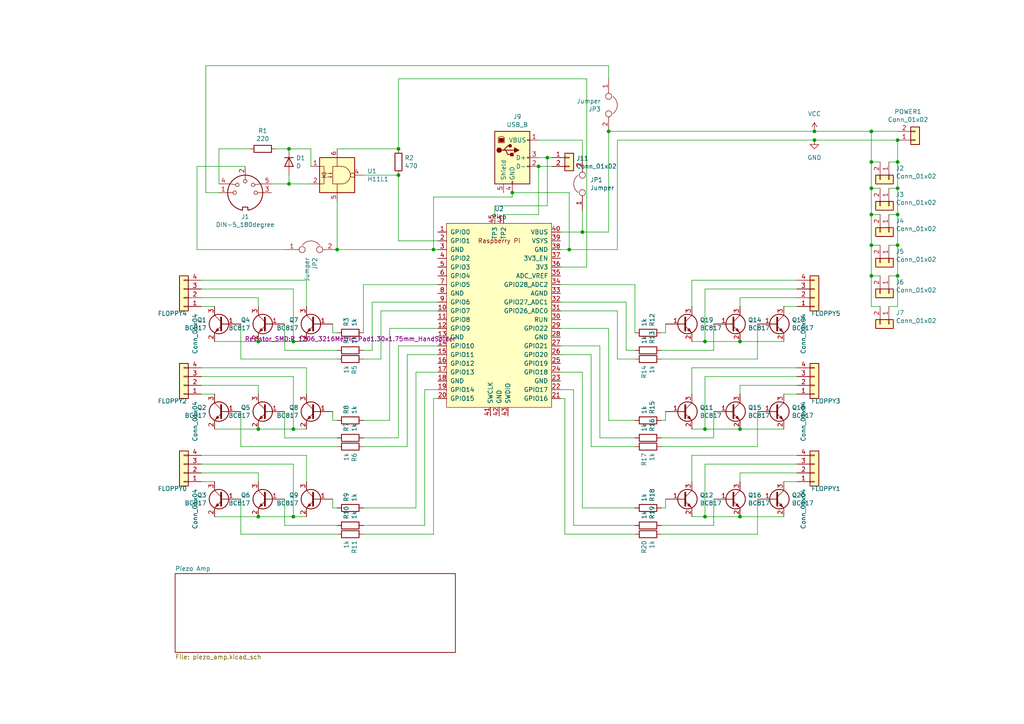
<source format=kicad_sch>
(kicad_sch (version 20211123) (generator eeschema)
  (paper "A4")
  (lib_symbols
    (symbol "Connector:DIN-5_180degree" (pin_names (offset 1.016))
      (property "Reference" "J" (at 3.175 5.715 0))
      (property "Value" "DIN-5_180degree" (at 0 -6.35 0))
      (symbol "DIN-5_180degree_0_1"
        (arc (start -5.08 0) (mid -3.8609 -3.3364) (end -0.762 -5.08) (stroke (width 0.254)))
        (circle (center -3.048 0) (radius 0.508))
        (circle (center -2.286 2.286) (radius 0.508))
        (polyline (pts (xy -5.08 0) (xy -3.556 0)))
        (polyline (pts (xy 0 5.08) (xy 0 3.81)))
        (polyline (pts (xy 5.08 0) (xy 3.556 0)))
        (polyline (pts (xy -5.08 2.54) (xy -4.318 2.54) (xy -2.794 2.286)))
        (polyline (pts (xy 5.08 2.54) (xy 4.318 2.54) (xy 2.794 2.286)))
        (polyline (pts (xy -0.762 -4.953) (xy -0.762 -4.191) (xy 0.762 -4.191) (xy 0.762 -4.953)) (stroke (width 0.254)))
        (circle (center 0 3.302) (radius 0.508))
        (arc (start 0.762 -5.08) (mid 3.8685 -3.343) (end 5.08 0) (stroke (width 0.254)))
        (circle (center 2.286 2.286) (radius 0.508))
        (circle (center 3.048 0) (radius 0.508))
        (arc (start 5.08 0) (mid 0 5.08) (end -5.08 0) (stroke (width 0.254)))
      )
      (symbol "DIN-5_180degree_1_1"
        (pin passive line (at -7.62 0 0) (length 2.54) (name "~") (number "1"))
        (pin passive line (at 0 7.62 270) (length 2.54) (name "~") (number "2"))
        (pin passive line (at 7.62 0 180) (length 2.54) (name "~") (number "3"))
        (pin passive line (at -7.62 2.54 0) (length 2.54) (name "~") (number "4"))
        (pin passive line (at 7.62 2.54 180) (length 2.54) (name "~") (number "5"))
      )
    )
    (symbol "Connector:USB_B" (pin_names (offset 1.016))
      (property "Reference" "J" (at -5.08 11.43 0))
      (property "Value" "USB_B" (at -5.08 8.89 0))
      (symbol "USB_B_0_1"
        (rectangle (start -5.08 -7.62) (end 5.08 7.62) (stroke (width 0.254)) (fill (type background)))
        (circle (center -3.81 2.159) (radius 0.635) (stroke (width 0.254)) (fill (type outline)))
        (rectangle (start -3.81 5.588) (end -2.54 4.572) (fill (type outline)))
        (circle (center -0.635 3.429) (radius 0.381) (stroke (width 0.254)) (fill (type outline)))
        (rectangle (start -0.127 -7.62) (end 0.127 -6.858))
        (polyline (pts (xy -1.905 2.159) (xy 0.635 2.159)) (stroke (width 0.254)))
        (polyline (pts (xy -3.175 2.159) (xy -2.54 2.159) (xy -1.27 3.429) (xy -0.635 3.429)) (stroke (width 0.254)))
        (polyline (pts (xy -2.54 2.159) (xy -1.905 2.159) (xy -1.27 0.889) (xy 0 0.889)) (stroke (width 0.254)))
        (polyline (pts (xy 0.635 2.794) (xy 0.635 1.524) (xy 1.905 2.159) (xy 0.635 2.794)) (stroke (width 0.254)) (fill (type outline)))
        (polyline (pts (xy -4.064 4.318) (xy -2.286 4.318) (xy -2.286 5.715) (xy -2.667 6.096) (xy -3.683 6.096) (xy -4.064 5.715) (xy -4.064 4.318)))
        (rectangle (start 0.254 1.27) (end -0.508 0.508) (stroke (width 0.254)) (fill (type outline)))
        (rectangle (start 5.08 -2.667) (end 4.318 -2.413))
        (rectangle (start 5.08 -0.127) (end 4.318 0.127))
        (rectangle (start 5.08 4.953) (end 4.318 5.207))
      )
      (symbol "USB_B_1_1"
        (pin power_out line (at 7.62 5.08 180) (length 2.54) (name "VBUS") (number "1"))
        (pin bidirectional line (at 7.62 -2.54 180) (length 2.54) (name "D-") (number "2"))
        (pin bidirectional line (at 7.62 0 180) (length 2.54) (name "D+") (number "3"))
        (pin power_out line (at 0 -10.16 90) (length 2.54) (name "GND") (number "4"))
        (pin passive line (at -2.54 -10.16 90) (length 2.54) (name "Shield") (number "5"))
      )
    )
    (symbol "Connector_Generic:Conn_01x02" (pin_names (offset 1.016) hide)
      (property "Reference" "J" (at 0 2.54 0))
      (property "Value" "Conn_01x02" (at 0 -5.08 0))
      (symbol "Conn_01x02_1_1"
        (rectangle (start -1.27 -2.413) (end 0 -2.667) (stroke (width 0.1524)))
        (rectangle (start -1.27 0.127) (end 0 -0.127) (stroke (width 0.1524)))
        (rectangle (start -1.27 1.27) (end 1.27 -3.81) (stroke (width 0.254)) (fill (type background)))
        (pin passive line (at -5.08 0 0) (length 3.81) (name "Pin_1") (number "1"))
        (pin passive line (at -5.08 -2.54 0) (length 3.81) (name "Pin_2") (number "2"))
      )
    )
    (symbol "Connector_Generic:Conn_01x04" (pin_names (offset 1.016) hide)
      (property "Reference" "J" (at 0 5.08 0))
      (property "Value" "Conn_01x04" (at 0 -7.62 0))
      (symbol "Conn_01x04_1_1"
        (rectangle (start -1.27 -4.953) (end 0 -5.207) (stroke (width 0.1524)))
        (rectangle (start -1.27 -2.413) (end 0 -2.667) (stroke (width 0.1524)))
        (rectangle (start -1.27 0.127) (end 0 -0.127) (stroke (width 0.1524)))
        (rectangle (start -1.27 2.667) (end 0 2.413) (stroke (width 0.1524)))
        (rectangle (start -1.27 3.81) (end 1.27 -6.35) (stroke (width 0.254)) (fill (type background)))
        (pin passive line (at -5.08 2.54 0) (length 3.81) (name "Pin_1") (number "1"))
        (pin passive line (at -5.08 0 0) (length 3.81) (name "Pin_2") (number "2"))
        (pin passive line (at -5.08 -2.54 0) (length 3.81) (name "Pin_3") (number "3"))
        (pin passive line (at -5.08 -5.08 0) (length 3.81) (name "Pin_4") (number "4"))
      )
    )
    (symbol "Device:D" (pin_numbers hide) (pin_names (offset 1.016) hide)
      (property "Reference" "D" (at 0 2.54 0))
      (property "Value" "D" (at 0 -2.54 0))
      (symbol "D_0_1"
        (polyline (pts (xy -1.27 1.27) (xy -1.27 -1.27)) (stroke (width 0.254)))
        (polyline (pts (xy 1.27 0) (xy -1.27 0)))
        (polyline (pts (xy 1.27 1.27) (xy 1.27 -1.27) (xy -1.27 0) (xy 1.27 1.27)) (stroke (width 0.254)))
      )
      (symbol "D_1_1"
        (pin passive line (at -3.81 0 0) (length 2.54) (name "K") (number "1"))
        (pin passive line (at 3.81 0 180) (length 2.54) (name "A") (number "2"))
      )
    )
    (symbol "Device:R" (pin_numbers hide) (pin_names (offset 0))
      (property "Reference" "R" (at 2.032 0 90))
      (property "Value" "R" (at 0 0 90))
      (symbol "R_0_1"
        (rectangle (start -1.016 -2.54) (end 1.016 2.54) (stroke (width 0.254)))
      )
      (symbol "R_1_1"
        (pin passive line (at 0 3.81 270) (length 1.27) (name "~") (number "1"))
        (pin passive line (at 0 -3.81 90) (length 1.27) (name "~") (number "2"))
      )
    )
    (symbol "Isolator:H11L1" (pin_names (offset 1.016))
      (property "Reference" "U" (at 1.27 8.89 0))
      (property "Value" "H11L1" (at 1.27 6.35 0))
      (symbol "H11L1_0_1"
        (rectangle (start -5.08 5.08) (end 5.08 -5.08) (stroke (width 0.254)) (fill (type background)))
        (polyline (pts (xy -4.445 -0.635) (xy -3.175 -0.635)))
        (polyline (pts (xy 0 2.54) (xy 0 5.08)))
        (polyline (pts (xy 0 -2.54) (xy 0 -5.08) (xy 0 -3.81)))
        (polyline (pts (xy -5.08 -2.54) (xy -3.81 -2.54) (xy -3.81 2.54) (xy -5.08 2.54)))
        (polyline (pts (xy -3.81 -0.635) (xy -4.445 0.635) (xy -3.175 0.635) (xy -3.81 -0.635)))
        (polyline (pts (xy 1.27 -2.54) (xy -1.27 -2.54) (xy -1.27 2.54) (xy 1.27 2.54)))
        (polyline (pts (xy -2.794 -0.508) (xy -1.524 -0.508) (xy -1.905 -0.635) (xy -1.905 -0.381) (xy -1.524 -0.508)))
        (polyline (pts (xy -2.794 0.508) (xy -1.524 0.508) (xy -1.905 0.381) (xy -1.905 0.635) (xy -1.524 0.508)))
        (arc (start 1.27 -2.54) (mid 3.81 0) (end 1.27 2.54))
      )
      (symbol "H11L1_1_1"
        (pin passive line (at -7.62 2.54 0) (length 2.54) (name "~") (number "1"))
        (pin passive line (at -7.62 -2.54 0) (length 2.54) (name "~") (number "2"))
        (pin no_connect line (at -5.08 0 0) (length 2.54) hide (name "~") (number "3"))
        (pin output inverted (at 7.62 0 180) (length 3.81) (name "~") (number "4"))
        (pin power_in line (at 0 -7.62 90) (length 2.54) (name "~") (number "5"))
        (pin power_in line (at 0 7.62 270) (length 2.54) (name "~") (number "6"))
      )
    )
    (symbol "Pico:Pico" (pin_names (offset 1.016))
      (property "Reference" "U" (at -13.97 27.94 0))
      (property "Value" "Pico" (at 0 19.05 0))
      (symbol "Pico_0_0"
        (text "Raspberry Pi" (at 0 21.59 0) (effects (font (size 1.27 1.27))))
      )
      (symbol "Pico_0_1"
        (rectangle (start -15.24 26.67) (end 15.24 -26.67) (fill (type background)))
      )
      (symbol "Pico_1_1"
        (pin bidirectional line (at -17.78 24.13 0) (length 2.54) (name "GPIO0") (number "1"))
        (pin bidirectional line (at -17.78 1.27 0) (length 2.54) (name "GPIO7") (number "10"))
        (pin bidirectional line (at -17.78 -1.27 0) (length 2.54) (name "GPIO8") (number "11"))
        (pin bidirectional line (at -17.78 -3.81 0) (length 2.54) (name "GPIO9") (number "12"))
        (pin power_in line (at -17.78 -6.35 0) (length 2.54) (name "GND") (number "13"))
        (pin bidirectional line (at -17.78 -8.89 0) (length 2.54) (name "GPIO10") (number "14"))
        (pin bidirectional line (at -17.78 -11.43 0) (length 2.54) (name "GPIO11") (number "15"))
        (pin bidirectional line (at -17.78 -13.97 0) (length 2.54) (name "GPIO12") (number "16"))
        (pin bidirectional line (at -17.78 -16.51 0) (length 2.54) (name "GPIO13") (number "17"))
        (pin power_in line (at -17.78 -19.05 0) (length 2.54) (name "GND") (number "18"))
        (pin bidirectional line (at -17.78 -21.59 0) (length 2.54) (name "GPIO14") (number "19"))
        (pin bidirectional line (at -17.78 21.59 0) (length 2.54) (name "GPIO1") (number "2"))
        (pin bidirectional line (at -17.78 -24.13 0) (length 2.54) (name "GPIO15") (number "20"))
        (pin bidirectional line (at 17.78 -24.13 180) (length 2.54) (name "GPIO16") (number "21"))
        (pin bidirectional line (at 17.78 -21.59 180) (length 2.54) (name "GPIO17") (number "22"))
        (pin power_in line (at 17.78 -19.05 180) (length 2.54) (name "GND") (number "23"))
        (pin bidirectional line (at 17.78 -16.51 180) (length 2.54) (name "GPIO18") (number "24"))
        (pin bidirectional line (at 17.78 -13.97 180) (length 2.54) (name "GPIO19") (number "25"))
        (pin bidirectional line (at 17.78 -11.43 180) (length 2.54) (name "GPIO20") (number "26"))
        (pin bidirectional line (at 17.78 -8.89 180) (length 2.54) (name "GPIO21") (number "27"))
        (pin power_in line (at 17.78 -6.35 180) (length 2.54) (name "GND") (number "28"))
        (pin bidirectional line (at 17.78 -3.81 180) (length 2.54) (name "GPIO22") (number "29"))
        (pin power_in line (at -17.78 19.05 0) (length 2.54) (name "GND") (number "3"))
        (pin input line (at 17.78 -1.27 180) (length 2.54) (name "RUN") (number "30"))
        (pin bidirectional line (at 17.78 1.27 180) (length 2.54) (name "GPIO26_ADC0") (number "31"))
        (pin bidirectional line (at 17.78 3.81 180) (length 2.54) (name "GPIO27_ADC1") (number "32"))
        (pin power_in line (at 17.78 6.35 180) (length 2.54) (name "AGND") (number "33"))
        (pin bidirectional line (at 17.78 8.89 180) (length 2.54) (name "GPIO28_ADC2") (number "34"))
        (pin unspecified line (at 17.78 11.43 180) (length 2.54) (name "ADC_VREF") (number "35"))
        (pin unspecified line (at 17.78 13.97 180) (length 2.54) (name "3V3") (number "36"))
        (pin input line (at 17.78 16.51 180) (length 2.54) (name "3V3_EN") (number "37"))
        (pin bidirectional line (at 17.78 19.05 180) (length 2.54) (name "GND") (number "38"))
        (pin unspecified line (at 17.78 21.59 180) (length 2.54) (name "VSYS") (number "39"))
        (pin bidirectional line (at -17.78 16.51 0) (length 2.54) (name "GPIO2") (number "4"))
        (pin unspecified line (at 17.78 24.13 180) (length 2.54) (name "VBUS") (number "40"))
        (pin input line (at -2.54 -29.21 90) (length 2.54) (name "SWCLK") (number "41"))
        (pin power_in line (at 0 -29.21 90) (length 2.54) (name "GND") (number "42"))
        (pin bidirectional line (at 2.54 -29.21 90) (length 2.54) (name "SWDIO") (number "43"))
        (pin bidirectional line (at 1.27 29.21 270) (length 2.54) (name "TP2") (number "44"))
        (pin bidirectional line (at -1.27 29.21 270) (length 2.54) (name "TP3") (number "45"))
        (pin bidirectional line (at -17.78 13.97 0) (length 2.54) (name "GPIO3") (number "5"))
        (pin bidirectional line (at -17.78 11.43 0) (length 2.54) (name "GPIO4") (number "6"))
        (pin bidirectional line (at -17.78 8.89 0) (length 2.54) (name "GPIO5") (number "7"))
        (pin power_in line (at -17.78 6.35 0) (length 2.54) (name "GND") (number "8"))
        (pin bidirectional line (at -17.78 3.81 0) (length 2.54) (name "GPIO6") (number "9"))
      )
    )
    (symbol "Transistor_BJT:BC817" (pin_names (offset 0) hide)
      (property "Reference" "Q" (at 5.08 1.905 0))
      (property "Value" "BC817" (at 5.08 0 0))
      (symbol "BC817_0_1"
        (polyline (pts (xy 0.635 0.635) (xy 2.54 2.54)))
        (polyline (pts (xy 0.635 -0.635) (xy 2.54 -2.54) (xy 2.54 -2.54)))
        (polyline (pts (xy 0.635 1.905) (xy 0.635 -1.905) (xy 0.635 -1.905)) (stroke (width 0.508)))
        (polyline (pts (xy 1.27 -1.778) (xy 1.778 -1.27) (xy 2.286 -2.286) (xy 1.27 -1.778) (xy 1.27 -1.778)) (fill (type outline)))
        (circle (center 1.27 0) (radius 2.8194) (stroke (width 0.254)))
      )
      (symbol "BC817_1_1"
        (pin input line (at -5.08 0 0) (length 5.715) (name "B") (number "1"))
        (pin passive line (at 2.54 -5.08 90) (length 2.54) (name "E") (number "2"))
        (pin passive line (at 2.54 5.08 270) (length 2.54) (name "C") (number "3"))
      )
    )
    (symbol "floppotron-rescue:Jumper-Device" (pin_names (offset 0.762) hide)
      (property "Reference" "JP" (at 0 3.81 0))
      (property "Value" "Jumper-Device" (at 0 -2.032 0))
      (symbol "Jumper-Device_0_1"
        (circle (center -2.54 0) (radius 0.889))
        (arc (start 2.5146 1.27) (mid 0.0078 2.5097) (end -2.4892 1.27))
        (circle (center 2.54 0) (radius 0.889))
        (pin passive line (at -7.62 0 0) (length 4.191) (name "1") (number "1"))
        (pin passive line (at 7.62 0 180) (length 4.191) (name "2") (number "2"))
      )
    )
    (symbol "power:GND" (power) (pin_names (offset 0))
      (property "Value" "GND" (at 0 -3.81 0))
      (symbol "GND_0_1"
        (polyline (pts (xy 0 0) (xy 0 -1.27) (xy 1.27 -1.27) (xy 0 -2.54) (xy -1.27 -1.27) (xy 0 -1.27)))
      )
      (symbol "GND_1_1"
        (pin power_in line (at 0 0 270) (length 0) hide (name "GND") (number "1"))
      )
    )
    (symbol "power:VCC" (power) (pin_names (offset 0))
      (property "Value" "VCC" (at 0 3.81 0))
      (symbol "VCC_0_1"
        (polyline (pts (xy -0.762 1.27) (xy 0 2.54)))
        (polyline (pts (xy 0 0) (xy 0 2.54)))
        (polyline (pts (xy 0 2.54) (xy 0.762 1.27)))
      )
      (symbol "VCC_1_1"
        (pin power_in line (at 0 0 90) (length 0) hide (name "VCC") (number "1"))
      )
    )
  )
  (junction (at 83.82 43.18))
  (junction (at 85.09 99.06))
  (junction (at 156.21 48.26))
  (junction (at 260.35 40.64))
  (junction (at 165.1 72.39))
  (junction (at 74.93 124.46))
  (junction (at 260.35 71.12))
  (junction (at 168.91 67.31))
  (junction (at 252.73 71.12))
  (junction (at 260.35 54.61))
  (junction (at 252.73 54.61))
  (junction (at 74.93 149.86))
  (junction (at 214.63 149.86))
  (junction (at 236.22 38.1))
  (junction (at 252.73 46.99))
  (junction (at 236.22 40.64))
  (junction (at 148.59 55.88))
  (junction (at 214.63 124.46))
  (junction (at 115.57 50.8))
  (junction (at 125.73 72.39))
  (junction (at 158.75 45.72))
  (junction (at 204.47 99.06))
  (junction (at 83.82 53.34))
  (junction (at 85.09 124.46))
  (junction (at 260.35 62.23))
  (junction (at 260.35 80.01))
  (junction (at 252.73 38.1))
  (junction (at 97.79 72.39))
  (junction (at 260.35 46.99))
  (junction (at 204.47 149.86))
  (junction (at 85.09 149.86))
  (junction (at 74.93 99.06))
  (junction (at 214.63 99.06))
  (junction (at 115.57 43.18))
  (junction (at 252.73 80.01))
  (junction (at 252.73 62.23))
  (junction (at 204.47 124.46))
  (junction (at 176.53 38.1))
  (wire (pts (xy 231.14 132.08) (xy 200.66 132.08)))
  (wire (pts (xy 58.42 81.28) (xy 88.9 81.28)))
  (wire (pts (xy 255.27 54.61) (xy 252.73 54.61)))
  (wire (pts (xy 85.09 99.06) (xy 85.09 83.82)))
  (wire (pts (xy 171.45 129.54) (xy 171.45 102.87)))
  (wire (pts (xy 179.07 104.14) (xy 184.15 104.14)))
  (wire (pts (xy 168.91 107.95) (xy 168.91 147.32)))
  (wire (pts (xy 123.19 152.4) (xy 123.19 113.03)))
  (wire (pts (xy 158.75 59.69) (xy 158.75 45.72)))
  (wire (pts (xy 257.81 88.9) (xy 260.35 88.9)))
  (wire (pts (xy 255.27 80.01) (xy 252.73 80.01)))
  (wire (pts (xy 179.07 72.39) (xy 165.1 72.39)))
  (wire (pts (xy 59.69 19.05) (xy 59.69 55.88)))
  (wire (pts (xy 57.15 48.26) (xy 71.12 48.26)))
  (wire (pts (xy 57.15 72.39) (xy 57.15 48.26)))
  (wire (pts (xy 146.05 62.23) (xy 156.21 62.23)))
  (wire (pts (xy 193.04 96.52) (xy 191.77 96.52)))
  (wire (pts (xy 78.74 53.34) (xy 83.82 53.34)))
  (wire (pts (xy 90.17 43.18) (xy 90.17 48.26)))
  (wire (pts (xy 200.66 132.08) (xy 200.66 139.7)))
  (wire (pts (xy 260.35 38.1) (xy 252.73 38.1)))
  (wire (pts (xy 184.15 82.55) (xy 162.56 82.55)))
  (wire (pts (xy 162.56 115.57) (xy 163.83 115.57)))
  (wire (pts (xy 85.09 124.46) (xy 85.09 109.22)))
  (wire (pts (xy 105.41 152.4) (xy 123.19 152.4)))
  (wire (pts (xy 260.35 54.61) (xy 260.35 46.99)))
  (wire (pts (xy 83.82 50.8) (xy 83.82 53.34)))
  (wire (pts (xy 176.53 19.05) (xy 59.69 19.05)))
  (wire (pts (xy 176.53 22.86) (xy 176.53 19.05)))
  (wire (pts (xy 97.79 72.39) (xy 125.73 72.39)))
  (wire (pts (xy 69.85 154.94) (xy 97.79 154.94)))
  (wire (pts (xy 107.95 87.63) (xy 127 87.63)))
  (wire (pts (xy 120.65 107.95) (xy 120.65 147.32)))
  (wire (pts (xy 260.35 46.99) (xy 257.81 46.99)))
  (wire (pts (xy 171.45 102.87) (xy 162.56 102.87)))
  (wire (pts (xy 115.57 22.86) (xy 170.18 22.86)))
  (wire (pts (xy 127 100.33) (xy 115.57 100.33)))
  (wire (pts (xy 214.63 137.16) (xy 214.63 139.7)))
  (wire (pts (xy 96.52 93.98) (xy 96.52 96.52)))
  (wire (pts (xy 88.9 132.08) (xy 88.9 139.7)))
  (wire (pts (xy 162.56 100.33) (xy 173.99 100.33)))
  (wire (pts (xy 204.47 109.22) (xy 231.14 109.22)))
  (wire (pts (xy 85.09 134.62) (xy 58.42 134.62)))
  (wire (pts (xy 74.93 149.86) (xy 85.09 149.86)))
  (wire (pts (xy 58.42 111.76) (xy 74.93 111.76)))
  (wire (pts (xy 105.41 129.54) (xy 118.11 129.54)))
  (wire (pts (xy 181.61 101.6) (xy 181.61 87.63)))
  (wire (pts (xy 255.27 71.12) (xy 252.73 71.12)))
  (wire (pts (xy 176.53 121.92) (xy 176.53 95.25)))
  (wire (pts (xy 125.73 115.57) (xy 125.73 154.94)))
  (wire (pts (xy 260.35 88.9) (xy 260.35 80.01)))
  (wire (pts (xy 260.35 71.12) (xy 260.35 62.23)))
  (wire (pts (xy 207.01 152.4) (xy 207.01 144.78)))
  (wire (pts (xy 219.71 104.14) (xy 191.77 104.14)))
  (wire (pts (xy 97.79 72.39) (xy 97.79 58.42)))
  (wire (pts (xy 204.47 149.86) (xy 200.66 149.86)))
  (wire (pts (xy 193.04 119.38) (xy 193.04 121.92)))
  (wire (pts (xy 88.9 106.68) (xy 88.9 114.3)))
  (wire (pts (xy 193.04 121.92) (xy 191.77 121.92)))
  (wire (pts (xy 214.63 124.46) (xy 227.33 124.46)))
  (wire (pts (xy 113.03 95.25) (xy 127 95.25)))
  (wire (pts (xy 59.69 55.88) (xy 63.5 55.88)))
  (wire (pts (xy 173.99 100.33) (xy 173.99 127)))
  (wire (pts (xy 160.02 45.72) (xy 158.75 45.72)))
  (wire (pts (xy 236.22 40.64) (xy 260.35 40.64)))
  (wire (pts (xy 156.21 48.26) (xy 156.21 62.23)))
  (wire (pts (xy 160.02 48.26) (xy 156.21 48.26)))
  (wire (pts (xy 74.93 111.76) (xy 74.93 114.3)))
  (wire (pts (xy 148.59 55.88) (xy 148.59 57.15)))
  (wire (pts (xy 82.55 127) (xy 82.55 119.38)))
  (wire (pts (xy 74.93 86.36) (xy 74.93 88.9)))
  (wire (pts (xy 69.85 93.98) (xy 69.85 104.14)))
  (wire (pts (xy 88.9 81.28) (xy 88.9 88.9)))
  (wire (pts (xy 125.73 154.94) (xy 105.41 154.94)))
  (wire (pts (xy 62.23 139.7) (xy 58.42 139.7)))
  (wire (pts (xy 96.52 121.92) (xy 97.79 121.92)))
  (wire (pts (xy 252.73 54.61) (xy 252.73 46.99)))
  (wire (pts (xy 97.79 152.4) (xy 82.55 152.4)))
  (wire (pts (xy 62.23 114.3) (xy 58.42 114.3)))
  (wire (pts (xy 184.15 121.92) (xy 176.53 121.92)))
  (wire (pts (xy 184.15 152.4) (xy 166.37 152.4)))
  (wire (pts (xy 219.71 119.38) (xy 219.71 129.54)))
  (wire (pts (xy 96.52 144.78) (xy 96.52 147.32)))
  (wire (pts (xy 74.93 124.46) (xy 85.09 124.46)))
  (wire (pts (xy 168.91 40.64) (xy 168.91 45.72)))
  (wire (pts (xy 158.75 45.72) (xy 156.21 45.72)))
  (wire (pts (xy 193.04 147.32) (xy 191.77 147.32)))
  (wire (pts (xy 96.52 96.52) (xy 97.79 96.52)))
  (wire (pts (xy 120.65 147.32) (xy 105.41 147.32)))
  (wire (pts (xy 204.47 149.86) (xy 214.63 149.86)))
  (wire (pts (xy 107.95 101.6) (xy 107.95 87.63)))
  (wire (pts (xy 127 107.95) (xy 120.65 107.95)))
  (wire (pts (xy 82.55 72.39) (xy 57.15 72.39)))
  (wire (pts (xy 162.56 72.39) (xy 165.1 72.39)))
  (wire (pts (xy 176.53 67.31) (xy 168.91 67.31)))
  (wire (pts (xy 162.56 77.47) (xy 170.18 77.47)))
  (wire (pts (xy 83.82 53.34) (xy 90.17 53.34)))
  (wire (pts (xy 227.33 114.3) (xy 231.14 114.3)))
  (wire (pts (xy 200.66 106.68) (xy 200.66 114.3)))
  (wire (pts (xy 85.09 149.86) (xy 85.09 134.62)))
  (wire (pts (xy 85.09 149.86) (xy 88.9 149.86)))
  (wire (pts (xy 62.23 149.86) (xy 74.93 149.86)))
  (wire (pts (xy 260.35 46.99) (xy 260.35 40.64)))
  (wire (pts (xy 204.47 99.06) (xy 214.63 99.06)))
  (wire (pts (xy 231.14 106.68) (xy 200.66 106.68)))
  (wire (pts (xy 58.42 106.68) (xy 88.9 106.68)))
  (wire (pts (xy 193.04 144.78) (xy 193.04 147.32)))
  (wire (pts (xy 80.01 43.18) (xy 83.82 43.18)))
  (wire (pts (xy 193.04 93.98) (xy 193.04 96.52)))
  (wire (pts (xy 115.57 100.33) (xy 115.57 127)))
  (wire (pts (xy 200.66 81.28) (xy 200.66 88.9)))
  (wire (pts (xy 236.22 38.1) (xy 252.73 38.1)))
  (wire (pts (xy 260.35 62.23) (xy 260.35 54.61)))
  (wire (pts (xy 96.52 119.38) (xy 96.52 121.92)))
  (wire (pts (xy 176.53 38.1) (xy 236.22 38.1)))
  (wire (pts (xy 82.55 101.6) (xy 82.55 93.98)))
  (wire (pts (xy 252.73 62.23) (xy 252.73 54.61)))
  (wire (pts (xy 214.63 99.06) (xy 227.33 99.06)))
  (wire (pts (xy 118.11 102.87) (xy 127 102.87)))
  (wire (pts (xy 166.37 113.03) (xy 162.56 113.03)))
  (wire (pts (xy 179.07 40.64) (xy 236.22 40.64)))
  (wire (pts (xy 257.81 54.61) (xy 260.35 54.61)))
  (wire (pts (xy 115.57 43.18) (xy 115.57 22.86)))
  (wire (pts (xy 168.91 60.96) (xy 168.91 67.31)))
  (wire (pts (xy 74.93 137.16) (xy 74.93 139.7)))
  (wire (pts (xy 62.23 88.9) (xy 58.42 88.9)))
  (wire (pts (xy 252.73 80.01) (xy 252.73 71.12)))
  (wire (pts (xy 163.83 154.94) (xy 184.15 154.94)))
  (wire (pts (xy 181.61 87.63) (xy 162.56 87.63)))
  (wire (pts (xy 204.47 99.06) (xy 204.47 83.82)))
  (wire (pts (xy 191.77 152.4) (xy 207.01 152.4)))
  (wire (pts (xy 231.14 111.76) (xy 214.63 111.76)))
  (wire (pts (xy 125.73 57.15) (xy 148.59 57.15)))
  (wire (pts (xy 143.51 59.69) (xy 158.75 59.69)))
  (wire (pts (xy 156.21 40.64) (xy 168.91 40.64)))
  (wire (pts (xy 143.51 62.23) (xy 143.51 59.69)))
  (wire (pts (xy 125.73 57.15) (xy 125.73 72.39)))
  (wire (pts (xy 123.19 113.03) (xy 127 113.03)))
  (wire (pts (xy 191.77 101.6) (xy 207.01 101.6)))
  (wire (pts (xy 118.11 129.54) (xy 118.11 102.87)))
  (wire (pts (xy 127 115.57) (xy 125.73 115.57)))
  (wire (pts (xy 179.07 40.64) (xy 179.07 72.39)))
  (wire (pts (xy 219.71 144.78) (xy 219.71 154.94)))
  (wire (pts (xy 74.93 99.06) (xy 85.09 99.06)))
  (wire (pts (xy 227.33 88.9) (xy 231.14 88.9)))
  (wire (pts (xy 58.42 137.16) (xy 74.93 137.16)))
  (wire (pts (xy 168.91 147.32) (xy 184.15 147.32)))
  (wire (pts (xy 227.33 139.7) (xy 231.14 139.7)))
  (wire (pts (xy 204.47 83.82) (xy 231.14 83.82)))
  (wire (pts (xy 125.73 72.39) (xy 127 72.39)))
  (wire (pts (xy 255.27 88.9) (xy 252.73 88.9)))
  (wire (pts (xy 105.41 121.92) (xy 113.03 121.92)))
  (wire (pts (xy 252.73 88.9) (xy 252.73 80.01)))
  (wire (pts (xy 257.81 71.12) (xy 260.35 71.12)))
  (wire (pts (xy 173.99 127) (xy 184.15 127)))
  (wire (pts (xy 204.47 134.62) (xy 231.14 134.62)))
  (wire (pts (xy 113.03 121.92) (xy 113.03 95.25)))
  (wire (pts (xy 162.56 90.17) (xy 179.07 90.17)))
  (wire (pts (xy 231.14 137.16) (xy 214.63 137.16)))
  (wire (pts (xy 219.71 129.54) (xy 191.77 129.54)))
  (wire (pts (xy 162.56 67.31) (xy 168.91 67.31)))
  (wire (pts (xy 252.73 46.99) (xy 252.73 38.1)))
  (wire (pts (xy 69.85 119.38) (xy 69.85 129.54)))
  (wire (pts (xy 85.09 124.46) (xy 88.9 124.46)))
  (wire (pts (xy 204.47 99.06) (xy 200.66 99.06)))
  (wire (pts (xy 58.42 132.08) (xy 88.9 132.08)))
  (wire (pts (xy 110.49 104.14) (xy 105.41 104.14)))
  (wire (pts (xy 170.18 77.47) (xy 170.18 22.86)))
  (wire (pts (xy 204.47 124.46) (xy 200.66 124.46)))
  (wire (pts (xy 69.85 144.78) (xy 69.85 154.94)))
  (wire (pts (xy 105.41 101.6) (xy 107.95 101.6)))
  (wire (pts (xy 176.53 67.31) (xy 176.53 38.1)))
  (wire (pts (xy 97.79 43.18) (xy 115.57 43.18)))
  (wire (pts (xy 252.73 46.99) (xy 255.27 46.99)))
  (wire (pts (xy 162.56 107.95) (xy 168.91 107.95)))
  (wire (pts (xy 62.23 99.06) (xy 74.93 99.06)))
  (wire (pts (xy 85.09 99.06) (xy 88.9 99.06)))
  (wire (pts (xy 115.57 50.8) (xy 115.57 69.85)))
  (wire (pts (xy 231.14 81.28) (xy 200.66 81.28)))
  (wire (pts (xy 231.14 86.36) (xy 214.63 86.36)))
  (wire (pts (xy 260.35 62.23) (xy 257.81 62.23)))
  (wire (pts (xy 115.57 127) (xy 105.41 127)))
  (wire (pts (xy 255.27 62.23) (xy 252.73 62.23)))
  (wire (pts (xy 82.55 152.4) (xy 82.55 144.78)))
  (wire (pts (xy 252.73 71.12) (xy 252.73 62.23)))
  (wire (pts (xy 184.15 129.54) (xy 171.45 129.54)))
  (wire (pts (xy 97.79 101.6) (xy 82.55 101.6)))
  (wire (pts (xy 204.47 149.86) (xy 204.47 134.62)))
  (wire (pts (xy 63.5 53.34) (xy 63.5 43.18)))
  (wire (pts (xy 191.77 127) (xy 207.01 127)))
  (wire (pts (xy 110.49 90.17) (xy 110.49 104.14)))
  (wire (pts (xy 207.01 127) (xy 207.01 119.38)))
  (wire (pts (xy 96.52 147.32) (xy 97.79 147.32)))
  (wire (pts (xy 97.79 127) (xy 82.55 127)))
  (wire (pts (xy 163.83 115.57) (xy 163.83 154.94)))
  (wire (pts (xy 115.57 50.8) (xy 105.41 50.8)))
  (wire (pts (xy 179.07 90.17) (xy 179.07 104.14)))
  (wire (pts (xy 85.09 109.22) (xy 58.42 109.22)))
  (wire (pts (xy 176.53 95.25) (xy 162.56 95.25)))
  (wire (pts (xy 204.47 124.46) (xy 214.63 124.46)))
  (wire (pts (xy 85.09 83.82) (xy 58.42 83.82)))
  (wire (pts (xy 148.59 55.88) (xy 165.1 55.88)))
  (wire (pts (xy 63.5 43.18) (xy 72.39 43.18)))
  (wire (pts (xy 184.15 101.6) (xy 181.61 101.6)))
  (wire (pts (xy 115.57 69.85) (xy 127 69.85)))
  (wire (pts (xy 58.42 86.36) (xy 74.93 86.36)))
  (wire (pts (xy 214.63 86.36) (xy 214.63 88.9)))
  (wire (pts (xy 184.15 96.52) (xy 184.15 82.55)))
  (wire (pts (xy 69.85 104.14) (xy 97.79 104.14)))
  (wire (pts (xy 62.23 124.46) (xy 74.93 124.46)))
  (wire (pts (xy 204.47 124.46) (xy 204.47 109.22)))
  (wire (pts (xy 83.82 43.18) (xy 90.17 43.18)))
  (wire (pts (xy 260.35 80.01) (xy 260.35 71.12)))
  (wire (pts (xy 219.71 93.98) (xy 219.71 104.14)))
  (wire (pts (xy 214.63 111.76) (xy 214.63 114.3)))
  (wire (pts (xy 207.01 101.6) (xy 207.01 93.98)))
  (wire (pts (xy 127 90.17) (xy 110.49 90.17)))
  (wire (pts (xy 105.41 82.55) (xy 127 82.55)))
  (wire (pts (xy 219.71 154.94) (xy 191.77 154.94)))
  (wire (pts (xy 69.85 129.54) (xy 97.79 129.54)))
  (wire (pts (xy 214.63 149.86) (xy 227.33 149.86)))
  (wire (pts (xy 260.35 80.01) (xy 257.81 80.01)))
  (wire (pts (xy 105.41 96.52) (xy 105.41 82.55)))
  (wire (pts (xy 166.37 152.4) (xy 166.37 113.03)))
  (wire (pts (xy 165.1 55.88) (xy 165.1 72.39)))
  (symbol (lib_id "Pico:Pico") (at 144.78 91.44 0) (unit 1)
    (property "Reference" "U2" (at 144.78 60.579 0))
    (property "Value" "Pico" (at 144.78 62.8904 0))
    (property "Footprint" "pico:RPi_Pico_SMD_TH" (effects hide))
  )
  (symbol (lib_id "Connector:DIN-5_180degree") (at 71.12 55.88 0) (unit 1)
    (property "Reference" "J1" (at 71.12 62.865 0))
    (property "Value" "DIN-5_180degree" (at 71.12 65.1764 0))
    (property "Footprint" "eurocad:MIDI_DIN5" (effects hide))
    (property "Datasheet" "http://www.mouser.com/ds/2/18/40_c091_abd_e-75918.pdf" (effects hide))
  )
  (symbol (lib_id "Isolator:H11L1") (at 97.79 50.8 0) (unit 1)
    (property "Reference" "U1" (at 106.5276 49.6316 0) (effects (justify left)))
    (property "Value" "H11L1" (at 106.5276 51.943 0) (effects (justify left)))
    (property "Footprint" "Package_DIP:DIP-6_W7.62mm_Socket" (effects hide))
    (property "Datasheet" "https://www.onsemi.com/pub/Collateral/H11L3M-D.PDF" (effects hide))
  )
  (symbol (lib_id "Device:R") (at 115.57 46.99 0) (unit 1)
    (property "Reference" "R2" (at 117.348 45.8216 0) (effects (justify left)))
    (property "Value" "470" (at 117.348 48.133 0) (effects (justify left)))
    (property "Footprint" "Resistor_THT:R_Axial_DIN0204_L3.6mm_D1.6mm_P5.08mm_Horizontal" (effects hide))
  )
  (symbol (lib_id "Device:R") (at 76.2 43.18 90) (unit 1)
    (property "Reference" "R1" (at 76.2 37.9222 90))
    (property "Value" "220" (at 76.2 40.2336 90))
    (property "Footprint" "Resistor_THT:R_Axial_DIN0204_L3.6mm_D1.6mm_P5.08mm_Horizontal" (effects hide))
  )
  (symbol (lib_id "Connector:USB_B") (at 148.59 45.72 0) (unit 1)
    (property "Reference" "J9" (at 150.0378 33.8582 0))
    (property "Value" "USB_B" (at 150.0378 36.1696 0))
    (property "Footprint" "Connector_USB:USB_B_OST_USB-B1HSxx_Horizontal" (effects hide))
    (property "Datasheet" " ~" (effects hide))
  )
  (symbol (lib_id "Connector_Generic:Conn_01x02") (at 165.1 45.72 0) (unit 1)
    (property "Reference" "J11" (at 167.132 45.9232 0) (effects (justify left)))
    (property "Value" "Conn_01x02" (at 167.132 48.2346 0) (effects (justify left)))
    (property "Footprint" "Connector_JST:JST_XH_B2B-XH-A_1x02_P2.50mm_Vertical" (effects hide))
  )
  (symbol (lib_id "floppotron-rescue:Jumper-Device") (at 168.91 53.34 90) (unit 1)
    (property "Reference" "JP1" (at 171.1452 52.1716 90) (effects (justify right)))
    (property "Value" "Jumper" (at 171.1452 54.483 90) (effects (justify right)))
    (property "Footprint" "Connector_PinHeader_2.54mm:PinHeader_1x02_P2.54mm_Vertical" (effects hide))
  )
  (symbol (lib_id "Connector_Generic:Conn_01x02") (at 265.43 40.64 0) (mirror x) (unit 1)
    (property "Reference" "POWER1" (at 263.3472 32.385 0))
    (property "Value" "Conn_01x02" (at 263.3472 34.6964 0))
    (property "Footprint" "TerminalBlock:TerminalBlock_bornier-2_P5.08mm" (effects hide))
  )
  (symbol (lib_id "Connector_Generic:Conn_01x02") (at 257.81 52.07 270) (unit 1)
    (property "Reference" "J2" (at 259.842 48.8188 90) (effects (justify left)))
    (property "Value" "Conn_01x02" (at 259.842 51.1302 90) (effects (justify left)))
    (property "Footprint" "Connector_JST:JST_XH_B2B-XH-A_1x02_P2.50mm_Vertical" (effects hide))
  )
  (symbol (lib_id "Connector_Generic:Conn_01x02") (at 257.81 59.69 270) (unit 1)
    (property "Reference" "J3" (at 259.842 56.4388 90) (effects (justify left)))
    (property "Value" "Conn_01x02" (at 259.842 58.7502 90) (effects (justify left)))
    (property "Footprint" "Connector_JST:JST_XH_B2B-XH-A_1x02_P2.50mm_Vertical" (effects hide))
  )
  (symbol (lib_id "Connector_Generic:Conn_01x02") (at 257.81 67.31 270) (unit 1)
    (property "Reference" "J4" (at 259.842 64.0588 90) (effects (justify left)))
    (property "Value" "Conn_01x02" (at 259.842 66.3702 90) (effects (justify left)))
    (property "Footprint" "Connector_JST:JST_XH_B2B-XH-A_1x02_P2.50mm_Vertical" (effects hide))
  )
  (symbol (lib_id "Connector_Generic:Conn_01x02") (at 257.81 76.2 270) (unit 1)
    (property "Reference" "J5" (at 259.842 72.9488 90) (effects (justify left)))
    (property "Value" "Conn_01x02" (at 259.842 75.2602 90) (effects (justify left)))
    (property "Footprint" "Connector_JST:JST_XH_B2B-XH-A_1x02_P2.50mm_Vertical" (effects hide))
  )
  (symbol (lib_id "Connector_Generic:Conn_01x02") (at 257.81 85.09 270) (unit 1)
    (property "Reference" "J6" (at 259.842 81.8388 90) (effects (justify left)))
    (property "Value" "Conn_01x02" (at 259.842 84.1502 90) (effects (justify left)))
    (property "Footprint" "Connector_JST:JST_XH_B2B-XH-A_1x02_P2.50mm_Vertical" (effects hide))
  )
  (symbol (lib_id "Connector_Generic:Conn_01x02") (at 257.81 93.98 270) (unit 1)
    (property "Reference" "J7" (at 259.842 90.7288 90) (effects (justify left)))
    (property "Value" "Conn_01x02" (at 259.842 93.0402 90) (effects (justify left)))
    (property "Footprint" "Connector_JST:JST_XH_B2B-XH-A_1x02_P2.50mm_Vertical" (effects hide))
  )
  (symbol (lib_id "Device:D") (at 83.82 46.99 270) (unit 1)
    (property "Reference" "D1" (at 85.852 45.8216 90) (effects (justify left)))
    (property "Value" "D" (at 85.852 48.133 90) (effects (justify left)))
    (property "Footprint" "Diode_THT:D_DO-34_SOD68_P7.62mm_Horizontal" (effects hide))
  )
  (symbol (lib_id "Transistor_BJT:BC817") (at 198.12 93.98 0) (unit 1)
    (property "Reference" "Q19" (at 202.9714 92.8116 0) (effects (justify left)))
    (property "Value" "BC817" (at 202.9714 95.123 0) (effects (justify left)))
    (property "Footprint" "Package_TO_SOT_SMD:SOT-23_Handsoldering" (effects hide))
    (property "Datasheet" "https://www.onsemi.com/pub/Collateral/BC818-D.pdf" (effects hide))
  )
  (symbol (lib_id "Connector_Generic:Conn_01x04") (at 53.34 86.36 180) (unit 1)
    (property "Reference" "FLOPPY4" (at 54.2544 90.932 0) (effects (justify left)))
    (property "Value" "Conn_01x04" (at 56.5658 90.932 90) (effects (justify left)))
    (property "Footprint" "Connector_JST:JST_XH_B4B-XH-A_1x04_P2.50mm_Vertical" (effects hide))
  )
  (symbol (lib_id "Device:R") (at 101.6 96.52 90) (unit 1)
    (property "Reference" "R3" (at 100.4316 94.742 0) (effects (justify left)))
    (property "Value" "1k" (at 102.743 94.742 0) (effects (justify left)))
    (property "Footprint" "Resistor_SMD:R_1206_3216Metric_Pad1.30x1.75mm_HandSolder" (at 101.6 98.298 90))
  )
  (symbol (lib_id "Device:R") (at 101.6 101.6 90) (unit 1)
    (property "Reference" "R4" (at 100.4316 99.822 0) (effects (justify left)))
    (property "Value" "1k" (at 102.743 99.822 0) (effects (justify left)))
    (property "Footprint" "Resistor_SMD:R_1206_3216Metric_Pad1.30x1.75mm_HandSolder" (effects hide))
  )
  (symbol (lib_id "Device:R") (at 101.6 104.14 270) (unit 1)
    (property "Reference" "R5" (at 102.7684 105.918 0) (effects (justify left)))
    (property "Value" "1k" (at 100.457 105.918 0) (effects (justify left)))
    (property "Footprint" "Resistor_SMD:R_1206_3216Metric_Pad1.30x1.75mm_HandSolder" (effects hide))
  )
  (symbol (lib_id "Connector_Generic:Conn_01x04") (at 53.34 111.76 180) (unit 1)
    (property "Reference" "FLOPPY2" (at 54.2544 116.332 0) (effects (justify left)))
    (property "Value" "Conn_01x04" (at 56.5658 116.332 90) (effects (justify left)))
    (property "Footprint" "Connector_JST:JST_XH_B4B-XH-A_1x04_P2.50mm_Vertical" (effects hide))
  )
  (symbol (lib_id "Device:R") (at 101.6 129.54 270) (unit 1)
    (property "Reference" "R6" (at 102.7684 131.318 0) (effects (justify left)))
    (property "Value" "1k" (at 100.457 131.318 0) (effects (justify left)))
    (property "Footprint" "Resistor_SMD:R_1206_3216Metric_Pad1.30x1.75mm_HandSolder" (effects hide))
  )
  (symbol (lib_id "Device:R") (at 101.6 121.92 90) (unit 1)
    (property "Reference" "R8" (at 100.4316 120.142 0) (effects (justify left)))
    (property "Value" "1k" (at 102.743 120.142 0) (effects (justify left)))
    (property "Footprint" "Resistor_SMD:R_1206_3216Metric_Pad1.30x1.75mm_HandSolder" (effects hide))
  )
  (symbol (lib_id "Device:R") (at 101.6 127 90) (unit 1)
    (property "Reference" "R7" (at 100.4316 125.222 0) (effects (justify left)))
    (property "Value" "1k" (at 102.743 125.222 0) (effects (justify left)))
    (property "Footprint" "Resistor_SMD:R_1206_3216Metric_Pad1.30x1.75mm_HandSolder" (effects hide))
  )
  (symbol (lib_id "Connector_Generic:Conn_01x04") (at 53.34 137.16 180) (unit 1)
    (property "Reference" "FLOPPY0" (at 54.2544 141.732 0) (effects (justify left)))
    (property "Value" "Conn_01x04" (at 56.5658 141.732 90) (effects (justify left)))
    (property "Footprint" "Connector_JST:JST_XH_B4B-XH-A_1x04_P2.50mm_Vertical" (effects hide))
  )
  (symbol (lib_id "Device:R") (at 101.6 147.32 90) (unit 1)
    (property "Reference" "R9" (at 100.4316 145.542 0) (effects (justify left)))
    (property "Value" "1k" (at 102.743 145.542 0) (effects (justify left)))
    (property "Footprint" "Resistor_SMD:R_1206_3216Metric_Pad1.30x1.75mm_HandSolder" (effects hide))
  )
  (symbol (lib_id "Device:R") (at 101.6 152.4 90) (unit 1)
    (property "Reference" "R10" (at 100.4316 150.622 0) (effects (justify left)))
    (property "Value" "1k" (at 102.743 150.622 0) (effects (justify left)))
    (property "Footprint" "Resistor_SMD:R_1206_3216Metric_Pad1.30x1.75mm_HandSolder" (effects hide))
  )
  (symbol (lib_id "Device:R") (at 101.6 154.94 270) (unit 1)
    (property "Reference" "R11" (at 102.7684 156.718 0) (effects (justify left)))
    (property "Value" "1k" (at 100.457 156.718 0) (effects (justify left)))
    (property "Footprint" "Resistor_SMD:R_1206_3216Metric_Pad1.30x1.75mm_HandSolder" (effects hide))
  )
  (symbol (lib_id "floppotron-rescue:Jumper-Device") (at 90.17 72.39 0) (unit 1)
    (property "Reference" "JP2" (at 91.3384 74.6252 90) (effects (justify right)))
    (property "Value" "Jumper" (at 89.027 74.6252 90) (effects (justify right)))
    (property "Footprint" "Connector_PinHeader_2.54mm:PinHeader_1x02_P2.54mm_Vertical" (effects hide))
  )
  (symbol (lib_id "floppotron-rescue:Jumper-Device") (at 176.53 30.48 270) (unit 1)
    (property "Reference" "JP3" (at 174.2948 31.6484 90) (effects (justify right)))
    (property "Value" "Jumper" (at 174.2948 29.337 90) (effects (justify right)))
    (property "Footprint" "Connector_PinHeader_2.54mm:PinHeader_1x02_P2.54mm_Vertical" (effects hide))
  )
  (symbol (lib_id "Transistor_BJT:BC817") (at 212.09 93.98 0) (unit 1)
    (property "Reference" "Q14" (at 216.9414 92.8116 0) (effects (justify left)))
    (property "Value" "BC817" (at 216.9414 95.123 0) (effects (justify left)))
    (property "Footprint" "Package_TO_SOT_SMD:SOT-23_Handsoldering" (effects hide))
    (property "Datasheet" "https://www.onsemi.com/pub/Collateral/BC818-D.pdf" (effects hide))
  )
  (symbol (lib_id "Transistor_BJT:BC817") (at 224.79 93.98 0) (unit 1)
    (property "Reference" "Q17" (at 229.6414 92.8116 0) (effects (justify left)))
    (property "Value" "BC817" (at 229.6414 95.123 0) (effects (justify left)))
    (property "Footprint" "Package_TO_SOT_SMD:SOT-23_Handsoldering" (effects hide))
    (property "Datasheet" "https://www.onsemi.com/pub/Collateral/BC818-D.pdf" (effects hide))
  )
  (symbol (lib_id "Connector_Generic:Conn_01x04") (at 236.22 111.76 0) (mirror x) (unit 1)
    (property "Reference" "FLOPPY3" (at 235.3056 116.332 0) (effects (justify left)))
    (property "Value" "Conn_01x04" (at 232.9942 116.332 90) (effects (justify left)))
    (property "Footprint" "Connector_JST:JST_XH_B4B-XH-A_1x04_P2.50mm_Vertical" (effects hide))
  )
  (symbol (lib_id "Connector_Generic:Conn_01x04") (at 236.22 86.36 0) (mirror x) (unit 1)
    (property "Reference" "FLOPPY5" (at 235.3056 90.932 0) (effects (justify left)))
    (property "Value" "Conn_01x04" (at 232.9942 90.932 90) (effects (justify left)))
    (property "Footprint" "Connector_JST:JST_XH_B4B-XH-A_1x04_P2.50mm_Vertical" (effects hide))
  )
  (symbol (lib_id "Device:R") (at 187.96 96.52 270) (mirror x) (unit 1)
    (property "Reference" "R12" (at 189.1284 94.742 0) (effects (justify left)))
    (property "Value" "1k" (at 186.817 94.742 0) (effects (justify left)))
    (property "Footprint" "Resistor_SMD:R_1206_3216Metric_Pad1.30x1.75mm_HandSolder" (effects hide))
  )
  (symbol (lib_id "Device:R") (at 187.96 101.6 270) (mirror x) (unit 1)
    (property "Reference" "R13" (at 189.1284 99.822 0) (effects (justify left)))
    (property "Value" "1k" (at 186.817 99.822 0) (effects (justify left)))
    (property "Footprint" "Resistor_SMD:R_1206_3216Metric_Pad1.30x1.75mm_HandSolder" (effects hide))
  )
  (symbol (lib_id "Device:R") (at 187.96 104.14 90) (mirror x) (unit 1)
    (property "Reference" "R14" (at 186.7916 105.918 0) (effects (justify left)))
    (property "Value" "1k" (at 189.103 105.918 0) (effects (justify left)))
    (property "Footprint" "Resistor_SMD:R_1206_3216Metric_Pad1.30x1.75mm_HandSolder" (effects hide))
  )
  (symbol (lib_id "Connector_Generic:Conn_01x04") (at 236.22 137.16 0) (mirror x) (unit 1)
    (property "Reference" "FLOPPY1" (at 235.3056 141.732 0) (effects (justify left)))
    (property "Value" "Conn_01x04" (at 232.9942 141.732 90) (effects (justify left)))
    (property "Footprint" "Connector_JST:JST_XH_B4B-XH-A_1x04_P2.50mm_Vertical" (effects hide))
  )
  (symbol (lib_id "Device:R") (at 187.96 121.92 270) (mirror x) (unit 1)
    (property "Reference" "R15" (at 189.1284 120.142 0) (effects (justify left)))
    (property "Value" "1k" (at 186.817 120.142 0) (effects (justify left)))
    (property "Footprint" "Resistor_SMD:R_1206_3216Metric_Pad1.30x1.75mm_HandSolder" (effects hide))
  )
  (symbol (lib_id "Device:R") (at 187.96 127 270) (mirror x) (unit 1)
    (property "Reference" "R16" (at 189.1284 125.222 0) (effects (justify left)))
    (property "Value" "1k" (at 186.817 125.222 0) (effects (justify left)))
    (property "Footprint" "Resistor_SMD:R_1206_3216Metric_Pad1.30x1.75mm_HandSolder" (effects hide))
  )
  (symbol (lib_id "Device:R") (at 187.96 129.54 90) (mirror x) (unit 1)
    (property "Reference" "R17" (at 186.7916 131.318 0) (effects (justify left)))
    (property "Value" "1k" (at 189.103 131.318 0) (effects (justify left)))
    (property "Footprint" "Resistor_SMD:R_1206_3216Metric_Pad1.30x1.75mm_HandSolder" (effects hide))
  )
  (symbol (lib_id "Transistor_BJT:BC817") (at 198.12 119.38 0) (unit 1)
    (property "Reference" "Q11" (at 202.9714 118.2116 0) (effects (justify left)))
    (property "Value" "BC817" (at 202.9714 120.523 0) (effects (justify left)))
    (property "Footprint" "Package_TO_SOT_SMD:SOT-23_Handsoldering" (effects hide))
    (property "Datasheet" "https://www.onsemi.com/pub/Collateral/BC818-D.pdf" (effects hide))
  )
  (symbol (lib_id "Transistor_BJT:BC817") (at 212.09 119.38 0) (unit 1)
    (property "Reference" "Q15" (at 216.9414 118.2116 0) (effects (justify left)))
    (property "Value" "BC817" (at 216.9414 120.523 0) (effects (justify left)))
    (property "Footprint" "Package_TO_SOT_SMD:SOT-23_Handsoldering" (effects hide))
    (property "Datasheet" "https://www.onsemi.com/pub/Collateral/BC818-D.pdf" (effects hide))
  )
  (symbol (lib_id "Transistor_BJT:BC817") (at 224.79 119.38 0) (unit 1)
    (property "Reference" "Q18" (at 229.6414 118.2116 0) (effects (justify left)))
    (property "Value" "BC817" (at 229.6414 120.523 0) (effects (justify left)))
    (property "Footprint" "Package_TO_SOT_SMD:SOT-23_Handsoldering" (effects hide))
    (property "Datasheet" "https://www.onsemi.com/pub/Collateral/BC818-D.pdf" (effects hide))
  )
  (symbol (lib_id "Device:R") (at 187.96 147.32 270) (mirror x) (unit 1)
    (property "Reference" "R18" (at 189.1284 145.542 0) (effects (justify left)))
    (property "Value" "1k" (at 186.817 145.542 0) (effects (justify left)))
    (property "Footprint" "Resistor_SMD:R_1206_3216Metric_Pad1.30x1.75mm_HandSolder" (effects hide))
  )
  (symbol (lib_id "Device:R") (at 187.96 152.4 270) (mirror x) (unit 1)
    (property "Reference" "R19" (at 189.1284 150.622 0) (effects (justify left)))
    (property "Value" "1k" (at 186.817 150.622 0) (effects (justify left)))
    (property "Footprint" "Resistor_SMD:R_1206_3216Metric_Pad1.30x1.75mm_HandSolder" (effects hide))
  )
  (symbol (lib_id "Device:R") (at 187.96 154.94 90) (mirror x) (unit 1)
    (property "Reference" "R20" (at 186.7916 156.718 0) (effects (justify left)))
    (property "Value" "1k" (at 189.103 156.718 0) (effects (justify left)))
    (property "Footprint" "Resistor_SMD:R_1206_3216Metric_Pad1.30x1.75mm_HandSolder" (effects hide))
  )
  (symbol (lib_id "Transistor_BJT:BC817") (at 198.12 144.78 0) (unit 1)
    (property "Reference" "Q12" (at 202.9714 143.6116 0) (effects (justify left)))
    (property "Value" "BC817" (at 202.9714 145.923 0) (effects (justify left)))
    (property "Footprint" "Package_TO_SOT_SMD:SOT-23_Handsoldering" (effects hide))
    (property "Datasheet" "https://www.onsemi.com/pub/Collateral/BC818-D.pdf" (effects hide))
  )
  (symbol (lib_id "Transistor_BJT:BC817") (at 212.09 144.78 0) (unit 1)
    (property "Reference" "Q16" (at 216.9414 143.6116 0) (effects (justify left)))
    (property "Value" "BC817" (at 216.9414 145.923 0) (effects (justify left)))
    (property "Footprint" "Package_TO_SOT_SMD:SOT-23_Handsoldering" (effects hide))
    (property "Datasheet" "https://www.onsemi.com/pub/Collateral/BC818-D.pdf" (effects hide))
  )
  (symbol (lib_id "Transistor_BJT:BC817") (at 224.79 144.78 0) (unit 1)
    (property "Reference" "Q20" (at 229.6414 143.6116 0) (effects (justify left)))
    (property "Value" "BC817" (at 229.6414 145.923 0) (effects (justify left)))
    (property "Footprint" "Package_TO_SOT_SMD:SOT-23_Handsoldering" (effects hide))
    (property "Datasheet" "https://www.onsemi.com/pub/Collateral/BC818-D.pdf" (effects hide))
  )
  (symbol (lib_id "Transistor_BJT:BC817") (at 64.77 93.98 0) (mirror y) (unit 1)
    (property "Reference" "Q1" (at 59.9186 92.8116 0) (effects (justify left)))
    (property "Value" "BC817" (at 59.9186 95.123 0) (effects (justify left)))
    (property "Footprint" "Package_TO_SOT_SMD:SOT-23_Handsoldering" (effects hide))
    (property "Datasheet" "https://www.onsemi.com/pub/Collateral/BC818-D.pdf" (effects hide))
  )
  (symbol (lib_id "Transistor_BJT:BC817") (at 77.47 93.98 0) (mirror y) (unit 1)
    (property "Reference" "Q4" (at 72.6186 92.8116 0) (effects (justify left)))
    (property "Value" "BC817" (at 72.6186 95.123 0) (effects (justify left)))
    (property "Footprint" "Package_TO_SOT_SMD:SOT-23_Handsoldering" (effects hide))
    (property "Datasheet" "https://www.onsemi.com/pub/Collateral/BC818-D.pdf" (effects hide))
  )
  (symbol (lib_id "Transistor_BJT:BC817") (at 91.44 93.98 0) (mirror y) (unit 1)
    (property "Reference" "Q7" (at 86.5886 92.8116 0) (effects (justify left)))
    (property "Value" "BC817" (at 86.5886 95.123 0) (effects (justify left)))
    (property "Footprint" "Package_TO_SOT_SMD:SOT-23_Handsoldering" (effects hide))
    (property "Datasheet" "https://www.onsemi.com/pub/Collateral/BC818-D.pdf" (effects hide))
  )
  (symbol (lib_id "Transistor_BJT:BC817") (at 64.77 119.38 0) (mirror y) (unit 1)
    (property "Reference" "Q2" (at 59.9186 118.2116 0) (effects (justify left)))
    (property "Value" "BC817" (at 59.9186 120.523 0) (effects (justify left)))
    (property "Footprint" "Package_TO_SOT_SMD:SOT-23_Handsoldering" (effects hide))
    (property "Datasheet" "https://www.onsemi.com/pub/Collateral/BC818-D.pdf" (effects hide))
  )
  (symbol (lib_id "Transistor_BJT:BC817") (at 77.47 119.38 0) (mirror y) (unit 1)
    (property "Reference" "Q5" (at 72.6186 118.2116 0) (effects (justify left)))
    (property "Value" "BC817" (at 72.6186 120.523 0) (effects (justify left)))
    (property "Footprint" "Package_TO_SOT_SMD:SOT-23_Handsoldering" (effects hide))
    (property "Datasheet" "https://www.onsemi.com/pub/Collateral/BC818-D.pdf" (effects hide))
  )
  (symbol (lib_id "Transistor_BJT:BC817") (at 91.44 119.38 0) (mirror y) (unit 1)
    (property "Reference" "Q8" (at 86.5886 118.2116 0) (effects (justify left)))
    (property "Value" "BC817" (at 86.5886 120.523 0) (effects (justify left)))
    (property "Footprint" "Package_TO_SOT_SMD:SOT-23_Handsoldering" (effects hide))
    (property "Datasheet" "https://www.onsemi.com/pub/Collateral/BC818-D.pdf" (effects hide))
  )
  (symbol (lib_id "Transistor_BJT:BC817") (at 91.44 144.78 0) (mirror y) (unit 1)
    (property "Reference" "Q9" (at 86.5886 143.6116 0) (effects (justify left)))
    (property "Value" "BC817" (at 86.5886 145.923 0) (effects (justify left)))
    (property "Footprint" "Package_TO_SOT_SMD:SOT-23_Handsoldering" (effects hide))
    (property "Datasheet" "https://www.onsemi.com/pub/Collateral/BC818-D.pdf" (effects hide))
  )
  (symbol (lib_id "Transistor_BJT:BC817") (at 77.47 144.78 0) (mirror y) (unit 1)
    (property "Reference" "Q6" (at 72.6186 143.6116 0) (effects (justify left)))
    (property "Value" "BC817" (at 72.6186 145.923 0) (effects (justify left)))
    (property "Footprint" "Package_TO_SOT_SMD:SOT-23_Handsoldering" (effects hide))
    (property "Datasheet" "https://www.onsemi.com/pub/Collateral/BC818-D.pdf" (effects hide))
  )
  (symbol (lib_id "Transistor_BJT:BC817") (at 64.77 144.78 0) (mirror y) (unit 1)
    (property "Reference" "Q3" (at 59.9186 143.6116 0) (effects (justify left)))
    (property "Value" "BC817" (at 59.9186 145.923 0) (effects (justify left)))
    (property "Footprint" "Package_TO_SOT_SMD:SOT-23_Handsoldering" (effects hide))
    (property "Datasheet" "https://www.onsemi.com/pub/Collateral/BC818-D.pdf" (effects hide))
  )
  (symbol (lib_id "power:GND") (at 236.22 40.64 0) (unit 1)
    (property "Reference" "#PWR0102" (effects hide))
    (property "Value" "GND" (at 236.22 45.72 0))
  )
  (symbol (lib_id "power:VCC") (at 236.22 38.1 0) (unit 1)
    (property "Reference" "#PWR0101" (effects hide))
    (property "Value" "VCC" (at 236.22 33.02 0))
  )
  (sheet (at 50.8 166.37) (size 81.28 22.86) (stroke (width 0.1524))
    (property "Sheet name" "Piezo Amp" (at 50.8 165.6584 0) (effects (justify left bottom)))
    (property "Sheet file" "piezo_amp.kicad_sch" (at 50.8 189.8146 0) (effects (justify left top)))
  )
)
</source>
